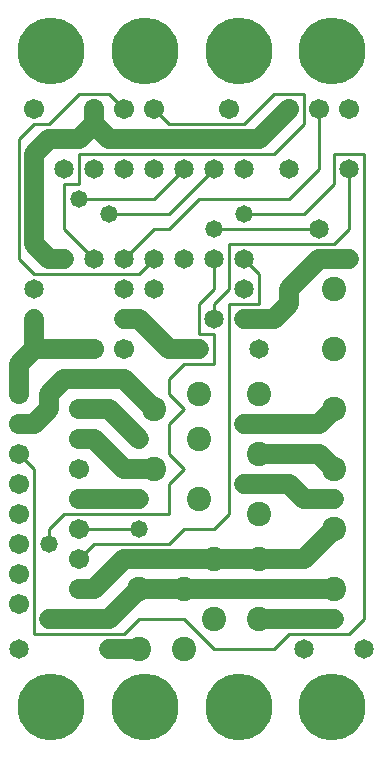
<source format=gbl>
%MOIN*%
%FSLAX25Y25*%
G04 D10 used for Character Trace; *
G04     Circle (OD=.01000) (No hole)*
G04 D11 used for Power Trace; *
G04     Circle (OD=.06700) (No hole)*
G04 D12 used for Signal Trace; *
G04     Circle (OD=.01100) (No hole)*
G04 D13 used for Via; *
G04     Circle (OD=.05800) (Round. Hole ID=.02800)*
G04 D14 used for Component hole; *
G04     Circle (OD=.06500) (Round. Hole ID=.03500)*
G04 D15 used for Component hole; *
G04     Circle (OD=.06700) (Round. Hole ID=.04300)*
G04 D16 used for Component hole; *
G04     Circle (OD=.08100) (Round. Hole ID=.05100)*
G04 D17 used for Component hole; *
G04     Circle (OD=.08900) (Round. Hole ID=.05900)*
G04 D18 used for Component hole; *
G04     Circle (OD=.11300) (Round. Hole ID=.08300)*
G04 D19 used for Component hole; *
G04     Circle (OD=.16000) (Round. Hole ID=.13000)*
G04 D20 used for Component hole; *
G04     Circle (OD=.18300) (Round. Hole ID=.15300)*
G04 D21 used for Component hole; *
G04     Circle (OD=.22291) (Round. Hole ID=.19291)*
%ADD10C,.01000*%
%ADD11C,.06700*%
%ADD12C,.01100*%
%ADD13C,.05800*%
%ADD14C,.06500*%
%ADD15C,.06700*%
%ADD16C,.08100*%
%ADD17C,.08900*%
%ADD18C,.11300*%
%ADD19C,.16000*%
%ADD20C,.18300*%
%ADD21C,.22291*%
%IPPOS*%
%LPD*%
G90*X0Y0D02*D21*X15625Y15625D03*D14*              
X35000Y35000D03*D11*X45000D01*D16*D03*D12*        
X10000Y40000D02*X40000D01*X10000D02*Y95000D01*    
X5000Y100000D01*D15*D03*D11*Y110000D02*X10000D01* 
D15*X5000D03*D11*X10000D02*X15000Y115000D01*      
Y120000D01*X20000Y125000D01*X40000D01*            
X50000Y115000D01*D16*D03*D12*X55000Y100000D02*    
Y110000D01*X60000Y95000D02*X55000Y100000D01*      
Y90000D02*X60000Y95000D01*X55000Y80000D02*        
Y90000D01*X20000Y80000D02*X55000D01*              
X15000Y75000D02*X20000Y80000D01*X15000Y70000D02*  
Y75000D01*D13*Y70000D03*D15*X5000Y80000D03*       
Y60000D03*X25000Y65000D03*D12*X30000Y70000D01*    
X55000D01*X60000Y75000D01*X70000D01*              
X75000Y80000D01*Y150000D01*X85000D01*Y160000D01*  
X80000Y165000D01*D14*D03*D12*X75000Y155000D02*    
Y170000D01*X70000Y150000D02*X75000Y155000D01*     
X70000Y145000D02*Y150000D01*D14*Y145000D03*D12*   
X65000Y140000D02*Y150000D01*Y140000D02*X70000D01* 
Y130000D01*X60000D01*X55000Y125000D01*Y120000D01* 
X60000Y115000D01*X55000Y110000D01*D16*            
X65000Y120000D03*Y105000D03*D13*X45000D03*D11*    
X35000Y115000D01*X25000D01*D15*D03*Y105000D03*D11*
X30000D01*X40000Y95000D01*X50000D01*D16*D03*D13*  
X45000Y85000D03*D11*X25000D01*D15*D03*Y95000D03*  
Y75000D03*D12*X45000D01*D13*D03*D11*              
X30000Y55000D02*X40000Y65000D01*X25000Y55000D02*  
X30000D01*D15*X25000D03*D11*X15000Y45000D02*      
X35000D01*D13*X15000D03*D14*X5000Y35000D03*D15*   
Y50000D03*D11*X35000Y45000D02*X45000Y55000D01*D16*
D03*D11*X60000D01*D16*D03*D11*X110000D01*D16*D03* 
D12*X115000Y40000D02*X120000Y45000D01*            
X95000Y40000D02*X115000D01*X90000Y35000D02*       
X95000Y40000D01*X70000Y35000D02*X90000D01*        
X70000D02*X60000Y45000D01*X45000D01*              
X40000Y40000D01*D16*X60000Y35000D03*D11*          
X40000Y65000D02*X70000D01*D16*D03*D11*X85000D01*  
D16*D03*D11*X100000D01*X110000Y75000D01*D16*D03*  
D11*X100000Y85000D02*X110000D01*D13*D03*D16*      
Y95000D03*D11*X105000Y100000D01*X85000D01*D16*D03*
D11*X100000Y85000D02*X95000Y90000D01*X80000D01*   
D13*D03*D16*X85000Y80000D03*X65000Y85000D03*D13*  
X80000Y110000D03*D11*X105000D01*X110000Y115000D01*
D16*D03*Y135000D03*D14*X85000D03*D16*Y120000D03*  
D14*X80000Y145000D03*D11*X90000D01*               
X95000Y150000D01*Y155000D01*X105000Y165000D01*    
X115000D01*D13*D03*D12*X75000Y170000D02*          
X110000D01*D13*X70000Y175000D03*D12*X105000D01*   
D14*D03*D12*X110000Y170000D02*X115000Y175000D01*  
Y195000D01*D14*D03*D12*X120000Y45000D02*          
Y200000D01*D13*X110000Y45000D03*D11*X85000D01*D16*
D03*D14*X100000Y35000D03*D16*X70000Y45000D03*D21* 
X78125Y15625D03*X109375D03*D14*X120000Y35000D03*  
D21*X46875Y15625D03*D15*X5000Y120000D03*D11*      
Y130000D01*X10000Y135000D01*X30000D01*D15*D03*D14*
X40000Y145000D03*D11*X45000D01*X55000Y135000D01*  
X65000D01*D14*D03*D12*Y150000D02*X70000Y155000D01*
Y165000D01*D14*D03*X80000Y155000D03*              
X60000Y165000D03*D12*X35000Y180000D02*X55000D01*  
D13*X35000D03*D12*X20000Y190000D02*X25000D01*     
X20000Y175000D02*Y190000D01*X30000Y165000D02*     
X20000Y175000D01*D14*X30000Y165000D03*            
X40000Y155000D03*Y165000D03*D12*X50000Y175000D01* 
X55000D01*X65000Y185000D01*X95000D01*             
X105000Y195000D01*Y215000D01*D15*D03*D12*         
X100000Y210000D02*Y220000D01*X90000Y200000D02*    
X100000Y210000D01*X25000Y200000D02*X90000D01*     
X25000Y190000D02*Y200000D01*D14*X30000Y195000D03* 
X20000D03*D13*X25000Y185000D03*D12*X50000D01*     
X60000Y195000D01*D14*D03*X70000D03*D12*           
X55000Y180000D01*D14*X40000Y195000D03*            
X50000Y165000D03*D12*X45000Y160000D01*X10000D01*  
X5000Y165000D01*Y205000D01*X10000Y210000D01*      
X15000D01*X25000Y220000D01*X35000D01*             
X40000Y215000D01*D15*D03*D11*X35000Y205000D02*    
X85000D01*X95000Y215000D01*D15*D03*D12*           
X90000Y220000D02*X100000D01*X80000Y210000D02*     
X90000Y220000D01*X55000Y210000D02*X80000D01*      
X55000D02*X50000Y215000D01*D15*D03*D11*           
X35000Y205000D02*X30000Y210000D01*                
X25000Y205000D01*X15000D01*X10000Y200000D01*      
Y170000D01*X15000Y165000D01*X20000D01*D14*D03*    
X10000Y155000D03*Y145000D03*D11*Y135000D01*D15*   
X40000D03*D14*X50000Y155000D03*D15*X5000Y90000D03*
D14*X50000Y195000D03*D15*X5000Y70000D03*D13*      
X80000Y180000D03*D12*X100000D01*X110000Y190000D01*
Y200000D01*X120000D01*D15*X115000Y215000D03*D14*  
X95000Y195000D03*D21*X109375Y234375D03*X78125D03* 
D14*X80000Y195000D03*D15*X75000Y215000D03*D16*    
X110000Y155000D03*D21*X46875Y234375D03*D15*       
X30000Y215000D03*D11*Y210000D01*D15*              
X10000Y215000D03*D21*X15625Y234375D03*M02*        

</source>
